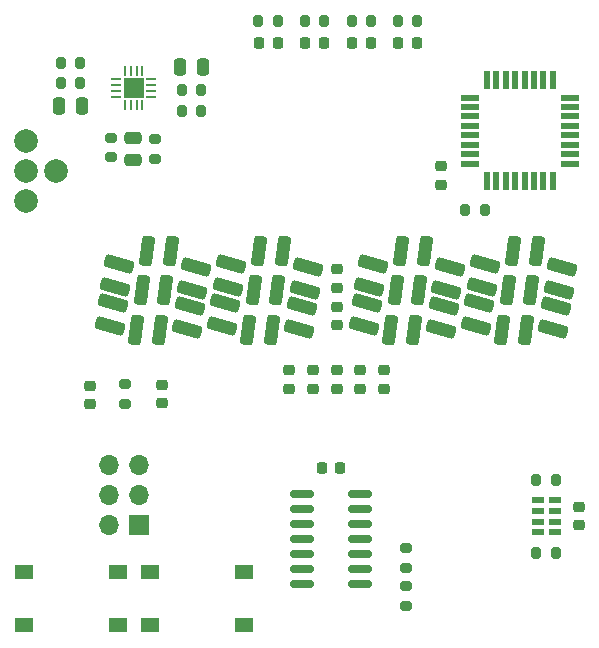
<source format=gbr>
%TF.GenerationSoftware,KiCad,Pcbnew,7.0.8*%
%TF.CreationDate,2024-03-24T19:28:18+01:00*%
%TF.ProjectId,Heptachron,48657074-6163-4687-926f-6e2e6b696361,rev?*%
%TF.SameCoordinates,Original*%
%TF.FileFunction,Soldermask,Top*%
%TF.FilePolarity,Negative*%
%FSLAX46Y46*%
G04 Gerber Fmt 4.6, Leading zero omitted, Abs format (unit mm)*
G04 Created by KiCad (PCBNEW 7.0.8) date 2024-03-24 19:28:18*
%MOMM*%
%LPD*%
G01*
G04 APERTURE LIST*
G04 Aperture macros list*
%AMRoundRect*
0 Rectangle with rounded corners*
0 $1 Rounding radius*
0 $2 $3 $4 $5 $6 $7 $8 $9 X,Y pos of 4 corners*
0 Add a 4 corners polygon primitive as box body*
4,1,4,$2,$3,$4,$5,$6,$7,$8,$9,$2,$3,0*
0 Add four circle primitives for the rounded corners*
1,1,$1+$1,$2,$3*
1,1,$1+$1,$4,$5*
1,1,$1+$1,$6,$7*
1,1,$1+$1,$8,$9*
0 Add four rect primitives between the rounded corners*
20,1,$1+$1,$2,$3,$4,$5,0*
20,1,$1+$1,$4,$5,$6,$7,0*
20,1,$1+$1,$6,$7,$8,$9,0*
20,1,$1+$1,$8,$9,$2,$3,0*%
G04 Aperture macros list end*
%ADD10R,1.680000X1.680000*%
%ADD11RoundRect,0.062500X0.062500X0.350000X-0.062500X0.350000X-0.062500X-0.350000X0.062500X-0.350000X0*%
%ADD12RoundRect,0.062500X0.350000X0.062500X-0.350000X0.062500X-0.350000X-0.062500X0.350000X-0.062500X0*%
%ADD13C,2.000000*%
%ADD14RoundRect,0.225000X-0.250000X0.225000X-0.250000X-0.225000X0.250000X-0.225000X0.250000X0.225000X0*%
%ADD15R,1.050000X0.500000*%
%ADD16RoundRect,0.150000X-0.825000X-0.150000X0.825000X-0.150000X0.825000X0.150000X-0.825000X0.150000X0*%
%ADD17R,1.600000X0.550000*%
%ADD18R,0.550000X1.600000*%
%ADD19R,1.550000X1.300000*%
%ADD20RoundRect,0.200000X0.275000X-0.200000X0.275000X0.200000X-0.275000X0.200000X-0.275000X-0.200000X0*%
%ADD21RoundRect,0.200000X-0.200000X-0.275000X0.200000X-0.275000X0.200000X0.275000X-0.200000X0.275000X0*%
%ADD22RoundRect,0.200000X-0.275000X0.200000X-0.275000X-0.200000X0.275000X-0.200000X0.275000X0.200000X0*%
%ADD23RoundRect,0.200000X0.200000X0.275000X-0.200000X0.275000X-0.200000X-0.275000X0.200000X-0.275000X0*%
%ADD24RoundRect,0.218750X0.256250X-0.218750X0.256250X0.218750X-0.256250X0.218750X-0.256250X-0.218750X0*%
%ADD25O,1.700000X1.700000*%
%ADD26R,1.700000X1.700000*%
%ADD27RoundRect,0.218750X-0.218750X-0.256250X0.218750X-0.256250X0.218750X0.256250X-0.218750X0.256250X0*%
%ADD28RoundRect,0.250000X-0.475000X0.250000X-0.475000X-0.250000X0.475000X-0.250000X0.475000X0.250000X0*%
%ADD29RoundRect,0.225000X0.225000X0.250000X-0.225000X0.250000X-0.225000X-0.250000X0.225000X-0.250000X0*%
%ADD30RoundRect,0.250000X0.250000X0.475000X-0.250000X0.475000X-0.250000X-0.475000X0.250000X-0.475000X0*%
%ADD31RoundRect,0.250000X-0.250000X-0.475000X0.250000X-0.475000X0.250000X0.475000X-0.250000X0.475000X0*%
%ADD32RoundRect,0.225000X0.250000X-0.225000X0.250000X0.225000X-0.250000X0.225000X-0.250000X-0.225000X0*%
%ADD33RoundRect,0.218750X-0.256250X0.218750X-0.256250X-0.218750X0.256250X-0.218750X0.256250X0.218750X0*%
%ADD34RoundRect,0.275000X0.133151X-1.028541X0.411497X0.951995X-0.133151X1.028541X-0.411497X-0.951995X0*%
%ADD35RoundRect,0.275000X-1.037062X0.011290X0.885461X-0.539984X1.037062X-0.011290X-0.885461X0.539984X0*%
%ADD36RoundRect,0.275000X1.037062X-0.011290X-0.885461X0.539984X-1.037062X0.011290X0.885461X-0.539984X0*%
G04 APERTURE END LIST*
D10*
%TO.C,U6*%
X130800000Y-83300000D03*
D11*
X131550000Y-84762500D03*
X131050000Y-84762500D03*
X130550000Y-84762500D03*
X130050000Y-84762500D03*
D12*
X129337500Y-84050000D03*
X129337500Y-83550000D03*
X129337500Y-83050000D03*
X129337500Y-82550000D03*
D11*
X130050000Y-81837500D03*
X130550000Y-81837500D03*
X131050000Y-81837500D03*
X131550000Y-81837500D03*
D12*
X132262500Y-82550000D03*
X132262500Y-83050000D03*
X132262500Y-83550000D03*
X132262500Y-84050000D03*
%TD*%
D13*
%TO.C,SW4*%
X121700000Y-87760000D03*
X124240000Y-90300000D03*
X121700000Y-90300000D03*
X121700000Y-92840000D03*
%TD*%
D14*
%TO.C,C7*%
X156800000Y-89925000D03*
X156800000Y-91475000D03*
%TD*%
D15*
%TO.C,X1*%
X166450000Y-118200000D03*
X166450000Y-119100000D03*
X166450000Y-120000000D03*
X166450000Y-120900000D03*
X165000000Y-120900000D03*
X165000000Y-120000000D03*
X165000000Y-119100000D03*
X165000000Y-118200000D03*
%TD*%
D16*
%TO.C,U8*%
X145025000Y-117690000D03*
X145025000Y-118960000D03*
X145025000Y-120230000D03*
X145025000Y-121500000D03*
X145025000Y-122770000D03*
X145025000Y-124040000D03*
X145025000Y-125310000D03*
X149975000Y-125310000D03*
X149975000Y-124040000D03*
X149975000Y-122770000D03*
X149975000Y-121500000D03*
X149975000Y-120230000D03*
X149975000Y-118960000D03*
X149975000Y-117690000D03*
%TD*%
D17*
%TO.C,U7*%
X167750000Y-89700000D03*
X167750000Y-88900000D03*
X167750000Y-88100000D03*
X167750000Y-87300000D03*
X167750000Y-86500000D03*
X167750000Y-85700000D03*
X167750000Y-84900000D03*
X167750000Y-84100000D03*
D18*
X166300000Y-82650000D03*
X165500000Y-82650000D03*
X164700000Y-82650000D03*
X163900000Y-82650000D03*
X163100000Y-82650000D03*
X162300000Y-82650000D03*
X161500000Y-82650000D03*
X160700000Y-82650000D03*
D17*
X159250000Y-84100000D03*
X159250000Y-84900000D03*
X159250000Y-85700000D03*
X159250000Y-86500000D03*
X159250000Y-87300000D03*
X159250000Y-88100000D03*
X159250000Y-88900000D03*
X159250000Y-89700000D03*
D18*
X160700000Y-91150000D03*
X161500000Y-91150000D03*
X162300000Y-91150000D03*
X163100000Y-91150000D03*
X163900000Y-91150000D03*
X164700000Y-91150000D03*
X165500000Y-91150000D03*
X166300000Y-91150000D03*
%TD*%
D19*
%TO.C,SW2*%
X129475000Y-124250000D03*
X121525000Y-124250000D03*
X121525000Y-128750000D03*
X129475000Y-128750000D03*
%TD*%
%TO.C,SW1*%
X140175000Y-124250000D03*
X132225000Y-124250000D03*
X132225000Y-128750000D03*
X140175000Y-128750000D03*
%TD*%
D20*
%TO.C,R16*%
X130100000Y-110025000D03*
X130100000Y-108375000D03*
%TD*%
D21*
%TO.C,R15*%
X158875000Y-93600000D03*
X160525000Y-93600000D03*
%TD*%
D22*
%TO.C,R14*%
X153900000Y-122275000D03*
X153900000Y-123925000D03*
%TD*%
D20*
%TO.C,R13*%
X153900000Y-127125000D03*
X153900000Y-125475000D03*
%TD*%
D23*
%TO.C,R12*%
X150925000Y-77600000D03*
X149275000Y-77600000D03*
%TD*%
%TO.C,R11*%
X154825000Y-77600000D03*
X153175000Y-77600000D03*
%TD*%
%TO.C,R10*%
X143025000Y-77600000D03*
X141375000Y-77600000D03*
%TD*%
%TO.C,R9*%
X146925000Y-77600000D03*
X145275000Y-77600000D03*
%TD*%
%TO.C,R8*%
X136525000Y-83499999D03*
X134875000Y-83499999D03*
%TD*%
D22*
%TO.C,R7*%
X132650000Y-87624999D03*
X132650000Y-89274999D03*
%TD*%
D23*
%TO.C,R6*%
X136525000Y-85199998D03*
X134875000Y-85199998D03*
%TD*%
D20*
%TO.C,R5*%
X128850000Y-89174999D03*
X128850000Y-87524999D03*
%TD*%
D23*
%TO.C,R4*%
X126300000Y-82900000D03*
X124650000Y-82900000D03*
%TD*%
D21*
%TO.C,R3*%
X124650000Y-81200000D03*
X126300000Y-81200000D03*
%TD*%
%TO.C,R2*%
X166550000Y-116450000D03*
X164900000Y-116450000D03*
%TD*%
%TO.C,R1*%
X164900000Y-122650000D03*
X166550000Y-122650000D03*
%TD*%
D24*
%TO.C,Q1*%
X133200000Y-109987500D03*
X133200000Y-108412500D03*
%TD*%
D25*
%TO.C,J1*%
X128760000Y-115220000D03*
X131300000Y-115220000D03*
X128760000Y-117760000D03*
X131300000Y-117760000D03*
X128760000Y-120300000D03*
D26*
X131300000Y-120300000D03*
%TD*%
D27*
%TO.C,D4*%
X149312500Y-79500000D03*
X150887500Y-79500000D03*
%TD*%
%TO.C,D3*%
X153212500Y-79500000D03*
X154787500Y-79500000D03*
%TD*%
%TO.C,D2*%
X141412500Y-79500000D03*
X142987500Y-79500000D03*
%TD*%
%TO.C,D1*%
X145312500Y-79500000D03*
X146887500Y-79500000D03*
%TD*%
D14*
%TO.C,C6*%
X127100000Y-108525000D03*
X127100000Y-110075000D03*
%TD*%
D28*
%TO.C,C5*%
X130750001Y-87500000D03*
X130750001Y-89400000D03*
%TD*%
D29*
%TO.C,C4*%
X148300000Y-115460002D03*
X146750000Y-115460002D03*
%TD*%
D30*
%TO.C,C3*%
X136650000Y-81500000D03*
X134750000Y-81500000D03*
%TD*%
D31*
%TO.C,C2*%
X124525000Y-84800000D03*
X126425000Y-84800000D03*
%TD*%
D32*
%TO.C,C1*%
X168550000Y-118775000D03*
X168550000Y-120325000D03*
%TD*%
D33*
%TO.C,D40*%
X148000000Y-107212500D03*
X148000000Y-108787500D03*
%TD*%
%TO.C,D37*%
X148000000Y-101812500D03*
X148000000Y-103387500D03*
%TD*%
D34*
%TO.C,U3*%
X153446431Y-97118254D03*
D35*
X157565536Y-98433565D03*
X157099536Y-101751565D03*
D34*
X152514431Y-103752254D03*
D36*
X150295326Y-103486943D03*
X150761326Y-100168943D03*
D34*
X152980431Y-100435254D03*
X155446431Y-97118254D03*
D35*
X157287190Y-100414101D03*
X156821190Y-103732101D03*
D34*
X154514431Y-103752254D03*
D36*
X150573672Y-101506407D03*
X151039672Y-98188407D03*
D34*
X154980431Y-100435254D03*
%TD*%
D33*
%TO.C,D39*%
X150000001Y-107212500D03*
X150000001Y-108787500D03*
%TD*%
D34*
%TO.C,U2*%
X141446431Y-97118254D03*
D35*
X145565536Y-98433565D03*
X145099536Y-101751565D03*
D34*
X140514431Y-103752254D03*
D36*
X138295326Y-103486943D03*
X138761326Y-100168943D03*
D34*
X140980431Y-100435254D03*
X143446431Y-97118254D03*
D35*
X145287190Y-100414101D03*
X144821190Y-103732101D03*
D34*
X142514431Y-103752254D03*
D36*
X138573672Y-101506407D03*
X139039672Y-98188407D03*
D34*
X142980431Y-100435254D03*
%TD*%
%TO.C,U4*%
X162946431Y-97118254D03*
D35*
X167065536Y-98433565D03*
X166599536Y-101751565D03*
D34*
X162014431Y-103752254D03*
D36*
X159795326Y-103486943D03*
X160261326Y-100168943D03*
D34*
X162480431Y-100435254D03*
X164946431Y-97118254D03*
D35*
X166787190Y-100414101D03*
X166321190Y-103732101D03*
D34*
X164014431Y-103752254D03*
D36*
X160073672Y-101506407D03*
X160539672Y-98188407D03*
D34*
X164480431Y-100435254D03*
%TD*%
D33*
%TO.C,D42*%
X144000000Y-107212500D03*
X144000000Y-108787500D03*
%TD*%
%TO.C,D41*%
X145999999Y-107212500D03*
X145999999Y-108787500D03*
%TD*%
D24*
%TO.C,D36*%
X148000000Y-100187500D03*
X148000000Y-98612500D03*
%TD*%
D33*
%TO.C,D38*%
X152000000Y-107212500D03*
X152000000Y-108787500D03*
%TD*%
D34*
%TO.C,U1*%
X131946431Y-97118254D03*
D35*
X136065536Y-98433565D03*
X135599536Y-101751565D03*
D34*
X131014431Y-103752254D03*
D36*
X128795326Y-103486943D03*
X129261326Y-100168943D03*
D34*
X131480431Y-100435254D03*
X133946431Y-97118254D03*
D35*
X135787190Y-100414101D03*
X135321190Y-103732101D03*
D34*
X133014431Y-103752254D03*
D36*
X129073672Y-101506407D03*
X129539672Y-98188407D03*
D34*
X133480431Y-100435254D03*
%TD*%
M02*

</source>
